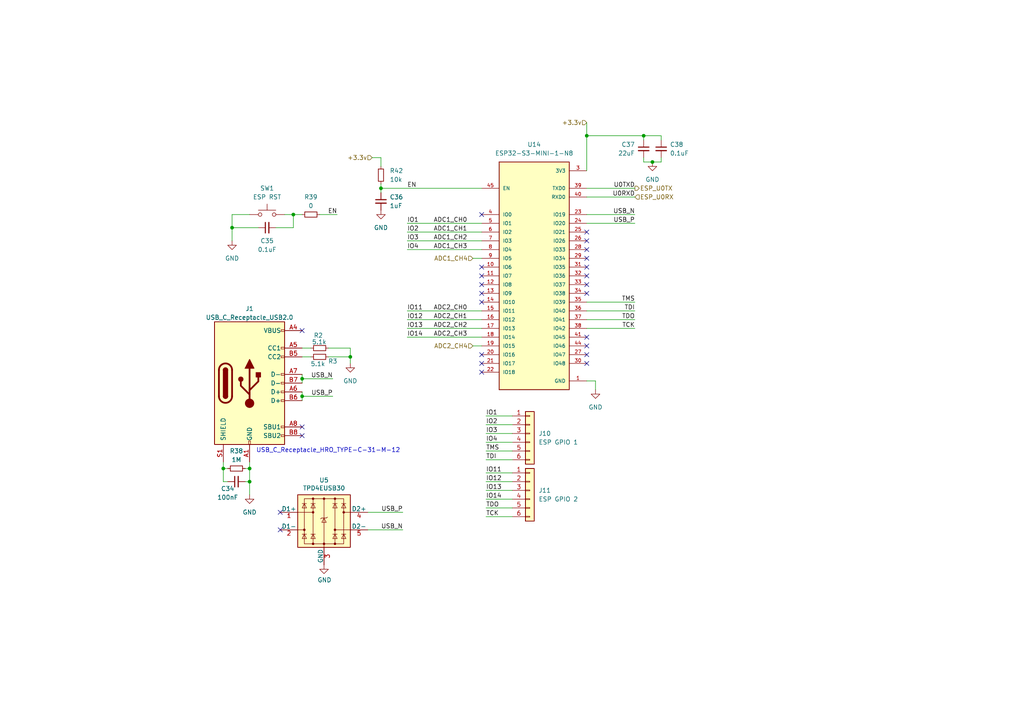
<source format=kicad_sch>
(kicad_sch (version 20230819) (generator eeschema)
  (paper "A4")
  (title_block (title "Carrier Board") (date "2023-11-21") (rev "V3") (company "MUREX Robotics [Byran Huang]") (comment 1 "//DO IT RIGHT,  DO IT MUREX") (comment 2 "// ATTEMPT THE IMPOSSIBLE") (comment 3 "CM4-based ROV (robotics) control board.") (comment 4 "The MUREX Carrier Board is the world's first open-source "))
  (lib_symbols
    (symbol "CM4IO:TPD4EUSB30" (pin_names (offset 0))
      (property "Reference" "U" (at -0.635 8.89 0))
      (property "Value" "TPD4EUSB30" (at 8.89 -10.16 0))
      (symbol "TPD4EUSB30_0_0"
        (rectangle (start -5.715 6.477) (end 5.715 -6.604))
        (polyline (pts (xy -3.175 -6.604) (xy -3.175 6.477)))
        (polyline (pts (xy 0 6.477) (xy 0 -6.604)))
        (polyline (pts (xy 3.175 6.477) (xy 3.175 -6.604)))
      )
      (symbol "TPD4EUSB30_0_1"
        (rectangle (start -7.62 7.62) (end 7.62 -7.62) (stroke (width 0.254)) (fill (type background)))
        (circle (center -5.715 -2.54) (radius 0.2794) (fill (type outline)))
        (circle (center -3.175 -6.604) (radius 0.2794) (fill (type outline)))
        (circle (center -3.175 2.54) (radius 0.2794) (fill (type outline)))
        (circle (center -3.175 6.477) (radius 0.2794) (fill (type outline)))
        (circle (center 0 -6.604) (radius 0.2794) (fill (type outline)))
        (polyline (pts (xy -7.747 2.54) (xy -3.175 2.54)))
        (polyline (pts (xy -7.62 -2.54) (xy -5.715 -2.54)))
        (polyline (pts (xy -5.08 -3.81) (xy -6.35 -3.81)))
        (polyline (pts (xy -5.08 5.08) (xy -6.35 5.08)))
        (polyline (pts (xy -2.54 -3.81) (xy -3.81 -3.81)))
        (polyline (pts (xy -2.54 5.08) (xy -3.81 5.08)))
        (polyline (pts (xy -0.635 0.889) (xy -1.016 0.635)))
        (polyline (pts (xy 0 -6.604) (xy 0 -7.62)))
        (polyline (pts (xy 0.635 0.889) (xy -0.635 0.889)))
        (polyline (pts (xy 0.635 0.889) (xy 1.016 1.143)))
        (polyline (pts (xy 3.81 -3.81) (xy 2.54 -3.81)))
        (polyline (pts (xy 3.81 5.08) (xy 2.54 5.08)))
        (polyline (pts (xy 6.35 -3.81) (xy 5.08 -3.81)))
        (polyline (pts (xy 6.35 5.08) (xy 5.08 5.08)))
        (polyline (pts (xy 7.62 -2.54) (xy 3.175 -2.54)))
        (polyline (pts (xy 7.62 2.54) (xy 5.715 2.54)))
        (polyline (pts (xy -5.08 -5.08) (xy -6.35 -5.08) (xy -5.715 -3.81) (xy -5.08 -5.08)))
        (polyline (pts (xy -5.08 3.81) (xy -6.35 3.81) (xy -5.715 5.08) (xy -5.08 3.81)))
        (polyline (pts (xy -2.54 -5.08) (xy -3.81 -5.08) (xy -3.175 -3.81) (xy -2.54 -5.08)))
        (polyline (pts (xy -2.54 3.81) (xy -3.81 3.81) (xy -3.175 5.08) (xy -2.54 3.81)))
        (polyline (pts (xy 0.635 -0.381) (xy -0.635 -0.381) (xy 0 0.889) (xy 0.635 -0.381)))
        (polyline (pts (xy 3.81 -5.08) (xy 2.54 -5.08) (xy 3.175 -3.81) (xy 3.81 -5.08)))
        (polyline (pts (xy 3.81 3.81) (xy 2.54 3.81) (xy 3.175 5.08) (xy 3.81 3.81)))
        (polyline (pts (xy 6.35 -5.08) (xy 5.08 -5.08) (xy 5.715 -3.81) (xy 6.35 -5.08)))
        (polyline (pts (xy 6.35 3.81) (xy 5.08 3.81) (xy 5.715 5.08) (xy 6.35 3.81)))
        (circle (center 0 6.477) (radius 0.2794) (fill (type outline)))
        (circle (center 3.175 -6.604) (radius 0.2794) (fill (type outline)))
        (circle (center 3.175 -2.54) (radius 0.2794) (fill (type outline)))
        (circle (center 3.175 6.477) (radius 0.2794) (fill (type outline)))
        (circle (center 5.715 2.54) (radius 0.2794) (fill (type outline)))
      )
      (symbol "TPD4EUSB30_1_1"
        (pin passive line (at -12.7 2.54 0) (length 5.08) (name "D1+") (number "1"))
        (pin passive line (at -12.7 2.54 0) (length 5.08) hide (name "~") (number "10"))
        (pin passive line (at -12.7 -2.54 0) (length 5.08) (name "D1-") (number "2"))
        (pin power_in line (at 0 -12.7 90) (length 5.08) (name "GND") (number "3"))
        (pin passive line (at 12.7 2.54 180) (length 5.08) (name "D2+") (number "4"))
        (pin passive line (at 12.7 -2.54 180) (length 5.08) (name "D2-") (number "5"))
        (pin passive line (at 12.7 -2.54 180) (length 5.08) hide (name "~") (number "6"))
        (pin passive line (at 12.7 2.54 180) (length 5.08) hide (name "~") (number "7"))
        (pin passive line (at 0 -12.7 90) (length 5.08) hide (name "GND") (number "8"))
        (pin passive line (at -12.7 -2.54 0) (length 5.08) hide (name "~") (number "9"))
      )
    )
    (symbol "Connector:USB_C_Receptacle_USB2.0" (pin_names (offset 1.016))
      (property "Reference" "J" (at -10.16 19.05 0))
      (property "Value" "USB_C_Receptacle_USB2.0" (at 19.05 19.05 0))
      (symbol "USB_C_Receptacle_USB2.0_0_0"
        (rectangle (start -0.254 -17.78) (end 0.254 -16.764))
        (rectangle (start 10.16 -14.986) (end 9.144 -15.494))
        (rectangle (start 10.16 -12.446) (end 9.144 -12.954))
        (rectangle (start 10.16 -4.826) (end 9.144 -5.334))
        (rectangle (start 10.16 -2.286) (end 9.144 -2.794))
        (rectangle (start 10.16 0.254) (end 9.144 -0.254))
        (rectangle (start 10.16 2.794) (end 9.144 2.286))
        (rectangle (start 10.16 7.874) (end 9.144 7.366))
        (rectangle (start 10.16 10.414) (end 9.144 9.906))
        (rectangle (start 10.16 15.494) (end 9.144 14.986))
      )
      (symbol "USB_C_Receptacle_USB2.0_0_1"
        (rectangle (start -10.16 17.78) (end 10.16 -17.78) (stroke (width 0.254)) (fill (type background)))
        (arc (start -8.89 -3.81) (mid -6.985 -5.7067) (end -5.08 -3.81) (stroke (width 0.508)))
        (arc (start -7.62 -3.81) (mid -6.985 -4.4423) (end -6.35 -3.81) (stroke (width 0.254)))
        (arc (start -7.62 -3.81) (mid -6.985 -4.4423) (end -6.35 -3.81) (stroke (width 0.254)) (fill (type outline)))
        (rectangle (start -7.62 -3.81) (end -6.35 3.81) (stroke (width 0.254)) (fill (type outline)))
        (arc (start -6.35 3.81) (mid -6.985 4.4423) (end -7.62 3.81) (stroke (width 0.254)))
        (arc (start -6.35 3.81) (mid -6.985 4.4423) (end -7.62 3.81) (stroke (width 0.254)) (fill (type outline)))
        (arc (start -5.08 3.81) (mid -6.985 5.7067) (end -8.89 3.81) (stroke (width 0.508)))
        (circle (center -2.54 1.143) (radius 0.635) (stroke (width 0.254)) (fill (type outline)))
        (circle (center 0 -5.842) (radius 1.27) (fill (type outline)))
        (polyline (pts (xy -8.89 -3.81) (xy -8.89 3.81)) (stroke (width 0.508)))
        (polyline (pts (xy -5.08 3.81) (xy -5.08 -3.81)) (stroke (width 0.508)))
        (polyline (pts (xy 0 -5.842) (xy 0 4.318)) (stroke (width 0.508)))
        (polyline (pts (xy 0 -3.302) (xy -2.54 -0.762) (xy -2.54 0.508)) (stroke (width 0.508)))
        (polyline (pts (xy 0 -2.032) (xy 2.54 0.508) (xy 2.54 1.778)) (stroke (width 0.508)))
        (polyline (pts (xy -1.27 4.318) (xy 0 6.858) (xy 1.27 4.318) (xy -1.27 4.318)) (stroke (width 0.254)) (fill (type outline)))
        (rectangle (start 1.905 1.778) (end 3.175 3.048) (stroke (width 0.254)) (fill (type outline)))
      )
      (symbol "USB_C_Receptacle_USB2.0_1_1"
        (pin passive line (at 0 -22.86 90) (length 5.08) (name "GND") (number "A1"))
        (pin passive line (at 0 -22.86 90) (length 5.08) hide (name "GND") (number "A12"))
        (pin passive line (at 15.24 15.24 180) (length 5.08) (name "VBUS") (number "A4"))
        (pin bidirectional line (at 15.24 10.16 180) (length 5.08) (name "CC1") (number "A5"))
        (pin bidirectional line (at 15.24 -2.54 180) (length 5.08) (name "D+") (number "A6"))
        (pin bidirectional line (at 15.24 2.54 180) (length 5.08) (name "D-") (number "A7"))
        (pin bidirectional line (at 15.24 -12.7 180) (length 5.08) (name "SBU1") (number "A8"))
        (pin passive line (at 15.24 15.24 180) (length 5.08) hide (name "VBUS") (number "A9"))
        (pin passive line (at 0 -22.86 90) (length 5.08) hide (name "GND") (number "B1"))
        (pin passive line (at 0 -22.86 90) (length 5.08) hide (name "GND") (number "B12"))
        (pin passive line (at 15.24 15.24 180) (length 5.08) hide (name "VBUS") (number "B4"))
        (pin bidirectional line (at 15.24 7.62 180) (length 5.08) (name "CC2") (number "B5"))
        (pin bidirectional line (at 15.24 -5.08 180) (length 5.08) (name "D+") (number "B6"))
        (pin bidirectional line (at 15.24 0 180) (length 5.08) (name "D-") (number "B7"))
        (pin bidirectional line (at 15.24 -15.24 180) (length 5.08) (name "SBU2") (number "B8"))
        (pin passive line (at 15.24 15.24 180) (length 5.08) hide (name "VBUS") (number "B9"))
        (pin passive line (at -7.62 -22.86 90) (length 5.08) (name "SHIELD") (number "S1"))
      )
    )
    (symbol "Connector_Generic:Conn_01x06" (pin_names (offset 1.016) hide)
      (property "Reference" "J" (at 0 7.62 0))
      (property "Value" "Conn_01x06" (at 0 -10.16 0))
      (symbol "Conn_01x06_1_1"
        (rectangle (start -1.27 -7.493) (end 0 -7.747) (stroke (width 0.1524)))
        (rectangle (start -1.27 -4.953) (end 0 -5.207) (stroke (width 0.1524)))
        (rectangle (start -1.27 -2.413) (end 0 -2.667) (stroke (width 0.1524)))
        (rectangle (start -1.27 0.127) (end 0 -0.127) (stroke (width 0.1524)))
        (rectangle (start -1.27 2.667) (end 0 2.413) (stroke (width 0.1524)))
        (rectangle (start -1.27 5.207) (end 0 4.953) (stroke (width 0.1524)))
        (rectangle (start -1.27 6.35) (end 1.27 -8.89) (stroke (width 0.254)) (fill (type background)))
        (pin passive line (at -5.08 5.08 0) (length 3.81) (name "Pin_1") (number "1"))
        (pin passive line (at -5.08 2.54 0) (length 3.81) (name "Pin_2") (number "2"))
        (pin passive line (at -5.08 0 0) (length 3.81) (name "Pin_3") (number "3"))
        (pin passive line (at -5.08 -2.54 0) (length 3.81) (name "Pin_4") (number "4"))
        (pin passive line (at -5.08 -5.08 0) (length 3.81) (name "Pin_5") (number "5"))
        (pin passive line (at -5.08 -7.62 0) (length 3.81) (name "Pin_6") (number "6"))
      )
    )
    (symbol "Device:C_Small" (pin_numbers hide) (pin_names (offset 0.254) hide)
      (property "Reference" "C" (at 0.254 1.778 0))
      (property "Value" "C_Small" (at 0.254 -2.032 0))
      (symbol "C_Small_0_1"
        (polyline (pts (xy -1.524 -0.508) (xy 1.524 -0.508)) (stroke (width 0.3302)))
        (polyline (pts (xy -1.524 0.508) (xy 1.524 0.508)) (stroke (width 0.3048)))
      )
      (symbol "C_Small_1_1"
        (pin passive line (at 0 2.54 270) (length 2.032) (name "~") (number "1"))
        (pin passive line (at 0 -2.54 90) (length 2.032) (name "~") (number "2"))
      )
    )
    (symbol "Device:R_Small" (pin_numbers hide) (pin_names (offset 0.254) hide)
      (property "Reference" "R" (at 0.762 0.508 0))
      (property "Value" "R_Small" (at 0.762 -1.016 0))
      (symbol "R_Small_0_1"
        (rectangle (start -0.762 1.778) (end 0.762 -1.778) (stroke (width 0.2032)))
      )
      (symbol "R_Small_1_1"
        (pin passive line (at 0 2.54 270) (length 0.762) (name "~") (number "1"))
        (pin passive line (at 0 -2.54 90) (length 0.762) (name "~") (number "2"))
      )
    )
    (symbol "ESP32-S3-MINI-1-N8:ESP32-S3-MINI-1-N8" (pin_names (offset 1.016))
      (property "Reference" "U" (at -10.16 34.29 0))
      (property "Value" "ESP32-S3-MINI-1-N8" (at -10.16 -35.56 0))
      (symbol "ESP32-S3-MINI-1-N8_0_0"
        (rectangle (start -10.16 -33.02) (end 10.16 33.02) (stroke (width 0.254)) (fill (type background)))
        (pin power_in line (at 15.24 -30.48 180) (length 5.08) (name "GND") (number "1"))
        (pin bidirectional line (at -15.24 2.54 0) (length 5.08) (name "IO6") (number "10"))
        (pin bidirectional line (at -15.24 0 0) (length 5.08) (name "IO7") (number "11"))
        (pin bidirectional line (at -15.24 -2.54 0) (length 5.08) (name "IO8") (number "12"))
        (pin bidirectional line (at -15.24 -5.08 0) (length 5.08) (name "IO9") (number "13"))
        (pin bidirectional line (at -15.24 -7.62 0) (length 5.08) (name "IO10") (number "14"))
        (pin bidirectional line (at -15.24 -10.16 0) (length 5.08) (name "IO11") (number "15"))
        (pin bidirectional line (at -15.24 -12.7 0) (length 5.08) (name "IO12") (number "16"))
        (pin bidirectional line (at -15.24 -15.24 0) (length 5.08) (name "IO13") (number "17"))
        (pin bidirectional line (at -15.24 -17.78 0) (length 5.08) (name "IO14") (number "18"))
        (pin bidirectional line (at -15.24 -20.32 0) (length 5.08) (name "IO15") (number "19"))
        (pin bidirectional line (at -15.24 -22.86 0) (length 5.08) (name "IO16") (number "20"))
        (pin bidirectional line (at -15.24 -25.4 0) (length 5.08) (name "IO17") (number "21"))
        (pin bidirectional line (at -15.24 -27.94 0) (length 5.08) (name "IO18") (number "22"))
        (pin bidirectional line (at 15.24 17.78 180) (length 5.08) (name "IO19") (number "23"))
        (pin bidirectional line (at 15.24 15.24 180) (length 5.08) (name "IO20") (number "24"))
        (pin bidirectional line (at 15.24 12.7 180) (length 5.08) (name "IO21") (number "25"))
        (pin bidirectional line (at 15.24 10.16 180) (length 5.08) (name "IO26") (number "26"))
        (pin bidirectional line (at 15.24 -22.86 180) (length 5.08) (name "IO47") (number "27"))
        (pin bidirectional line (at 15.24 7.62 180) (length 5.08) (name "IO33") (number "28"))
        (pin bidirectional line (at 15.24 5.08 180) (length 5.08) (name "IO34") (number "29"))
        (pin power_in line (at 15.24 30.48 180) (length 5.08) (name "3V3") (number "3"))
        (pin bidirectional line (at 15.24 -25.4 180) (length 5.08) (name "IO48") (number "30"))
        (pin bidirectional line (at 15.24 2.54 180) (length 5.08) (name "IO35") (number "31"))
        (pin bidirectional line (at 15.24 0 180) (length 5.08) (name "IO36") (number "32"))
        (pin bidirectional line (at 15.24 -2.54 180) (length 5.08) (name "IO37") (number "33"))
        (pin bidirectional line (at 15.24 -5.08 180) (length 5.08) (name "IO38") (number "34"))
        (pin bidirectional line (at 15.24 -7.62 180) (length 5.08) (name "IO39") (number "35"))
        (pin bidirectional line (at 15.24 -10.16 180) (length 5.08) (name "IO40") (number "36"))
        (pin bidirectional line (at 15.24 -12.7 180) (length 5.08) (name "IO41") (number "37"))
        (pin bidirectional line (at 15.24 -15.24 180) (length 5.08) (name "IO42") (number "38"))
        (pin bidirectional line (at 15.24 25.4 180) (length 5.08) (name "TXD0") (number "39"))
        (pin bidirectional line (at -15.24 17.78 0) (length 5.08) (name "IO0") (number "4"))
        (pin bidirectional line (at 15.24 22.86 180) (length 5.08) (name "RXD0") (number "40"))
        (pin bidirectional line (at 15.24 -17.78 180) (length 5.08) (name "IO45") (number "41"))
        (pin passive line (at 15.24 -30.48 180) (length 5.08) hide (name "GND") (number "43"))
        (pin bidirectional line (at 15.24 -20.32 180) (length 5.08) (name "IO46") (number "44"))
        (pin input line (at -15.24 25.4 0) (length 5.08) (name "EN") (number "45"))
        (pin passive line (at 15.24 -30.48 180) (length 5.08) hide (name "GND") (number "46"))
        (pin passive line (at 15.24 -30.48 180) (length 5.08) hide (name "GND") (number "47"))
        (pin passive line (at 15.24 -30.48 180) (length 5.08) hide (name "GND") (number "48"))
        (pin passive line (at 15.24 -30.48 180) (length 5.08) hide (name "GND") (number "49"))
        (pin bidirectional line (at -15.24 15.24 0) (length 5.08) (name "IO1") (number "5"))
        (pin passive line (at 15.24 -30.48 180) (length 5.08) hide (name "GND") (number "50"))
        (pin passive line (at 15.24 -30.48 180) (length 5.08) hide (name "GND") (number "51"))
        (pin passive line (at 15.24 -30.48 180) (length 5.08) hide (name "GND") (number "52"))
        (pin passive line (at 15.24 -30.48 180) (length 5.08) hide (name "GND") (number "53"))
        (pin passive line (at 15.24 -30.48 180) (length 5.08) hide (name "GND") (number "54"))
        (pin passive line (at 15.24 -30.48 180) (length 5.08) hide (name "GND") (number "55"))
        (pin passive line (at 15.24 -30.48 180) (length 5.08) hide (name "GND") (number "56"))
        (pin passive line (at 15.24 -30.48 180) (length 5.08) hide (name "GND") (number "57"))
        (pin passive line (at 15.24 -30.48 180) (length 5.08) hide (name "GND") (number "58"))
        (pin passive line (at 15.24 -30.48 180) (length 5.08) hide (name "GND") (number "59"))
        (pin bidirectional line (at -15.24 12.7 0) (length 5.08) (name "IO2") (number "6"))
        (pin passive line (at 15.24 -30.48 180) (length 5.08) hide (name "GND") (number "60"))
        (pin passive line (at 15.24 -30.48 180) (length 5.08) hide (name "GND") (number "61"))
        (pin passive line (at 15.24 -30.48 180) (length 5.08) hide (name "GND") (number "61_1"))
        (pin passive line (at 15.24 -30.48 180) (length 5.08) hide (name "GND") (number "61_2"))
        (pin passive line (at 15.24 -30.48 180) (length 5.08) hide (name "GND") (number "61_3"))
        (pin passive line (at 15.24 -30.48 180) (length 5.08) hide (name "GND") (number "61_4"))
        (pin passive line (at 15.24 -30.48 180) (length 5.08) hide (name "GND") (number "61_5"))
        (pin passive line (at 15.24 -30.48 180) (length 5.08) hide (name "GND") (number "61_6"))
        (pin passive line (at 15.24 -30.48 180) (length 5.08) hide (name "GND") (number "61_7"))
        (pin passive line (at 15.24 -30.48 180) (length 5.08) hide (name "GND") (number "61_8"))
        (pin passive line (at 15.24 -30.48 180) (length 5.08) hide (name "GND") (number "62"))
        (pin passive line (at 15.24 -30.48 180) (length 5.08) hide (name "GND") (number "63"))
        (pin passive line (at 15.24 -30.48 180) (length 5.08) hide (name "GND") (number "64"))
        (pin passive line (at 15.24 -30.48 180) (length 5.08) hide (name "GND") (number "65"))
        (pin bidirectional line (at -15.24 10.16 0) (length 5.08) (name "IO3") (number "7"))
        (pin bidirectional line (at -15.24 7.62 0) (length 5.08) (name "IO4") (number "8"))
        (pin bidirectional line (at -15.24 5.08 0) (length 5.08) (name "IO5") (number "9"))
      )
      (symbol "ESP32-S3-MINI-1-N8_1_0"
        (pin passive line (at 15.24 -30.48 180) (length 5.08) hide (name "GND") (number "2"))
        (pin passive line (at 15.24 -30.48 180) (length 5.08) hide (name "GND") (number "42"))
      )
    )
    (symbol "Switch:SW_Push" (pin_numbers hide) (pin_names (offset 1.016) hide)
      (property "Reference" "SW" (at 1.27 2.54 0))
      (property "Value" "SW_Push" (at 0 -1.524 0))
      (symbol "SW_Push_0_1"
        (circle (center -2.032 0) (radius 0.508))
        (polyline (pts (xy 0 1.27) (xy 0 3.048)))
        (polyline (pts (xy 2.54 1.27) (xy -2.54 1.27)))
        (circle (center 2.032 0) (radius 0.508))
        (pin passive line (at -5.08 0 0) (length 2.54) (name "1") (number "1"))
        (pin passive line (at 5.08 0 180) (length 2.54) (name "2") (number "2"))
      )
    )
    (symbol "power:GND" (power) (pin_names (offset 0))
      (property "Value" "GND" (at 0 -3.81 0))
      (symbol "GND_0_1"
        (polyline (pts (xy 0 0) (xy 0 -1.27) (xy 1.27 -1.27) (xy 0 -2.54) (xy -1.27 -1.27) (xy 0 -1.27)))
      )
      (symbol "GND_1_1"
        (pin power_in line (at 0 0 270) (length 0) hide (name "GND") (number "1"))
      )
    )
  )
  (junction (at 189.23 46.99))
  (junction (at 110.49 54.61))
  (junction (at 67.31 66.04))
  (junction (at 87.63 109.855))
  (junction (at 87.63 114.935))
  (junction (at 72.39 135.89))
  (junction (at 85.09 62.23))
  (junction (at 186.69 39.37))
  (junction (at 101.6 103.505))
  (junction (at 72.39 139.7))
  (junction (at 170.18 39.37))
  (junction (at 64.77 135.89))
  (no_connect (at 170.18 72.39))
  (no_connect (at 87.63 123.825))
  (no_connect (at 81.28 153.67))
  (no_connect (at 81.28 148.59))
  (no_connect (at 170.18 97.79))
  (no_connect (at 139.7 82.55))
  (no_connect (at 139.7 77.47))
  (no_connect (at 170.18 74.93))
  (no_connect (at 170.18 82.55))
  (no_connect (at 139.7 85.09))
  (no_connect (at 139.7 105.41))
  (no_connect (at 87.63 95.885))
  (no_connect (at 170.18 100.33))
  (no_connect (at 170.18 67.31))
  (no_connect (at 170.18 69.85))
  (no_connect (at 170.18 102.87))
  (no_connect (at 170.18 77.47))
  (no_connect (at 170.18 85.09))
  (no_connect (at 139.7 107.95))
  (no_connect (at 139.7 80.01))
  (no_connect (at 170.18 80.01))
  (no_connect (at 139.7 87.63))
  (no_connect (at 170.18 105.41))
  (no_connect (at 87.63 126.365))
  (no_connect (at 139.7 62.23))
  (no_connect (at 139.7 102.87))
  (wire (pts (xy 118.11 92.71) (xy 139.7 92.71)))
  (wire (pts (xy 172.72 110.49) (xy 170.18 110.49)))
  (wire (pts (xy 72.39 62.23) (xy 67.31 62.23)))
  (wire (pts (xy 71.12 135.89) (xy 72.39 135.89)))
  (wire (pts (xy 137.16 74.93) (xy 139.7 74.93)))
  (wire (pts (xy 72.39 143.51) (xy 72.39 139.7)))
  (wire (pts (xy 67.31 62.23) (xy 67.31 66.04)))
  (wire (pts (xy 85.09 62.23) (xy 87.63 62.23)))
  (wire (pts (xy 82.55 62.23) (xy 85.09 62.23)))
  (wire (pts (xy 189.23 46.99) (xy 191.77 46.99)))
  (wire (pts (xy 140.97 133.35) (xy 148.59 133.35)))
  (wire (pts (xy 87.63 100.965) (xy 90.17 100.965)))
  (wire (pts (xy 87.63 109.855) (xy 96.52 109.855)))
  (wire (pts (xy 87.63 114.935) (xy 87.63 116.205)))
  (wire (pts (xy 64.77 139.7) (xy 66.04 139.7)))
  (wire (pts (xy 170.18 57.15) (xy 184.15 57.15)))
  (wire (pts (xy 118.11 64.77) (xy 139.7 64.77)))
  (wire (pts (xy 140.97 120.65) (xy 148.59 120.65)))
  (wire (pts (xy 110.49 45.72) (xy 110.49 48.26)))
  (wire (pts (xy 118.11 69.85) (xy 139.7 69.85)))
  (wire (pts (xy 191.77 39.37) (xy 191.77 40.64)))
  (wire (pts (xy 87.63 108.585) (xy 87.63 109.855)))
  (wire (pts (xy 64.77 135.89) (xy 64.77 139.7)))
  (wire (pts (xy 140.97 123.19) (xy 148.59 123.19)))
  (wire (pts (xy 87.63 103.505) (xy 90.17 103.505)))
  (wire (pts (xy 118.11 72.39) (xy 139.7 72.39)))
  (wire (pts (xy 87.63 114.935) (xy 96.52 114.935)))
  (wire (pts (xy 118.11 97.79) (xy 139.7 97.79)))
  (wire (pts (xy 85.09 66.04) (xy 85.09 62.23)))
  (wire (pts (xy 170.18 49.53) (xy 170.18 39.37)))
  (wire (pts (xy 170.18 54.61) (xy 184.15 54.61)))
  (wire (pts (xy 140.97 130.81) (xy 148.59 130.81)))
  (wire (pts (xy 107.95 45.72) (xy 110.49 45.72)))
  (wire (pts (xy 170.18 87.63) (xy 184.15 87.63)))
  (wire (pts (xy 140.97 142.24) (xy 148.59 142.24)))
  (wire (pts (xy 140.97 128.27) (xy 148.59 128.27)))
  (wire (pts (xy 72.39 135.89) (xy 72.39 133.985)))
  (wire (pts (xy 95.25 100.965) (xy 101.6 100.965)))
  (wire (pts (xy 110.49 53.34) (xy 110.49 54.61)))
  (wire (pts (xy 140.97 149.86) (xy 148.59 149.86)))
  (wire (pts (xy 170.18 62.23) (xy 184.15 62.23)))
  (wire (pts (xy 186.69 46.99) (xy 189.23 46.99)))
  (wire (pts (xy 110.49 55.88) (xy 110.49 54.61)))
  (wire (pts (xy 64.77 135.89) (xy 66.04 135.89)))
  (wire (pts (xy 186.69 46.99) (xy 186.69 45.72)))
  (wire (pts (xy 170.18 90.17) (xy 184.15 90.17)))
  (wire (pts (xy 170.18 64.77) (xy 184.15 64.77)))
  (wire (pts (xy 72.39 139.7) (xy 72.39 135.89)))
  (wire (pts (xy 118.11 67.31) (xy 139.7 67.31)))
  (wire (pts (xy 191.77 46.99) (xy 191.77 45.72)))
  (wire (pts (xy 118.11 90.17) (xy 139.7 90.17)))
  (wire (pts (xy 172.72 113.03) (xy 172.72 110.49)))
  (wire (pts (xy 106.68 153.67) (xy 116.84 153.67)))
  (wire (pts (xy 87.63 113.665) (xy 87.63 114.935)))
  (wire (pts (xy 170.18 39.37) (xy 186.69 39.37)))
  (wire (pts (xy 140.97 139.7) (xy 148.59 139.7)))
  (wire (pts (xy 71.12 139.7) (xy 72.39 139.7)))
  (wire (pts (xy 92.71 62.23) (xy 97.79 62.23)))
  (wire (pts (xy 186.69 39.37) (xy 186.69 40.64)))
  (wire (pts (xy 87.63 109.855) (xy 87.63 111.125)))
  (wire (pts (xy 137.16 100.33) (xy 139.7 100.33)))
  (wire (pts (xy 170.18 35.56) (xy 170.18 39.37)))
  (wire (pts (xy 106.68 148.59) (xy 116.84 148.59)))
  (wire (pts (xy 67.31 66.04) (xy 74.93 66.04)))
  (wire (pts (xy 140.97 125.73) (xy 148.59 125.73)))
  (wire (pts (xy 101.6 100.965) (xy 101.6 103.505)))
  (wire (pts (xy 110.49 54.61) (xy 139.7 54.61)))
  (wire (pts (xy 118.11 95.25) (xy 139.7 95.25)))
  (wire (pts (xy 140.97 147.32) (xy 148.59 147.32)))
  (wire (pts (xy 170.18 92.71) (xy 184.15 92.71)))
  (wire (pts (xy 170.18 95.25) (xy 184.15 95.25)))
  (wire (pts (xy 64.77 135.89) (xy 64.77 133.985)))
  (wire (pts (xy 140.97 137.16) (xy 148.59 137.16)))
  (wire (pts (xy 140.97 144.78) (xy 148.59 144.78)))
  (wire (pts (xy 101.6 103.505) (xy 101.6 105.41)))
  (wire (pts (xy 67.31 66.04) (xy 67.31 69.85)))
  (wire (pts (xy 95.25 103.505) (xy 101.6 103.505)))
  (wire (pts (xy 186.69 39.37) (xy 191.77 39.37)))
  (wire (pts (xy 80.01 66.04) (xy 85.09 66.04)))
  (text "USB_C_Receptacle_HRO_TYPE-C-31-M-12" (at 74.295 131.445 0) (effects (font (size 1.27 1.27)) (justify left bottom)))
  (label "EN" (at 118.11 54.61 0))
  (label "IO11" (at 118.11 90.17 0))
  (label "U0RXD" (at 184.15 57.15 180))
  (label "ADC1_CH0" (at 125.73 64.77 0))
  (label "IO4" (at 118.11 72.39 0))
  (label "ADC2_CH2" (at 125.73 95.25 0))
  (label "U0TXD" (at 184.15 54.61 180))
  (label "ADC2_CH1" (at 125.73 92.71 0))
  (label "USB_P" (at 184.15 64.77 180))
  (label "ADC1_CH2" (at 125.73 69.85 0))
  (label "TDO" (at 140.97 147.32 0))
  (label "TCK" (at 184.15 95.25 180))
  (label "IO12" (at 140.97 139.7 0))
  (label "IO1" (at 140.97 120.65 0))
  (label "IO1" (at 118.11 64.77 0))
  (label "USB_P" (at 116.84 148.59 180))
  (label "IO11" (at 140.97 137.16 0))
  (label "ADC2_CH0" (at 125.73 90.17 0))
  (label "IO12" (at 118.11 92.71 0))
  (label "IO2" (at 118.11 67.31 0))
  (label "IO3" (at 140.97 125.73 0))
  (label "IO2" (at 140.97 123.19 0))
  (label "TCK" (at 140.97 149.86 0))
  (label "TDI" (at 184.15 90.17 180))
  (label "USB_N" (at 184.15 62.23 180))
  (label "IO14" (at 140.97 144.78 0))
  (label "USB_N" (at 116.84 153.67 180))
  (label "USB_N" (at 96.52 109.855 180))
  (label "ADC1_CH3" (at 125.73 72.39 0))
  (label "IO13" (at 118.11 95.25 0))
  (label "TMS" (at 184.15 87.63 180))
  (label "IO14" (at 118.11 97.79 0))
  (label "EN" (at 97.79 62.23 180))
  (label "ADC1_CH1" (at 125.73 67.31 0))
  (label "IO4" (at 140.97 128.27 0))
  (label "TDO" (at 184.15 92.71 180))
  (label "USB_P" (at 96.52 114.935 180))
  (label "TMS" (at 140.97 130.81 0))
  (label "IO13" (at 140.97 142.24 0))
  (label "TDI" (at 140.97 133.35 0))
  (label "IO3" (at 118.11 69.85 0))
  (label "ADC2_CH3" (at 125.73 97.79 0))
  (hierarchical_label "ESP_U0RX" (shape input) (at 184.15 57.15 0))
  (hierarchical_label "+3.3v" (shape input) (at 107.95 45.72 180))
  (hierarchical_label "ADC2_CH4" (shape input) (at 137.16 100.33 180))
  (hierarchical_label "ESP_U0TX" (shape output) (at 184.15 54.61 0))
  (hierarchical_label "+3.3v" (shape input) (at 170.18 35.56 180))
  (hierarchical_label "ADC1_CH4" (shape input) (at 137.16 74.93 180))
  (symbol (lib_id "Connector_Generic:Conn_01x06") (at 153.67 125.73 0) (unit 1)
    (property "Reference" "J10" (at 156.21 125.7299 0) (effects (justify left)))
    (property "Value" "ESP GPIO 1" (at 156.21 128.2699 0) (effects (justify left)))
    (property "Footprint" "Connector_PinHeader_2.54mm:PinHeader_1x06_P2.54mm_Vertical" (effects hide))
    (property "Description" "Generic connector, single row, 01x06, script generated (kicad-library-utils/schlib/autogen/connector/)" (effects hide))
  )
  (symbol (lib_id "CM4IO:TPD4EUSB30") (at 93.98 151.13 0) (unit 1)
    (property "Reference" "U5" (at 93.98 139.2682 0))
    (property "Value" "TPD4EUSB30" (at 93.98 141.5796 0))
    (property "Footprint" "Package_SON:USON-10_2.5x1.0mm_P0.5mm" (effects hide))
    (property "Datasheet" "http://www.ti.com/lit/ds/symlink/tpd2eusb30a.pdf" (effects hide))
    (property "Field4" "Farnell" (effects hide))
    (property "Field5" "2335455" (effects hide))
    (property "Field6" "CDDFN10-3324P-13" (effects hide))
    (property "Field7" "Bourns" (effects hide))
    (property "Field8" "UDIO00346" (effects hide))
    (property "Part Description" "Quad TVS diode for high speed signals (USB3, GigE etc.)" (effects hide))
    (instances (project "carrier" (path "" (reference "U5") (unit 1)) (path "" (reference "U13") (unit 1))) (project "CM4IOv5" (path "" (reference "U4") (unit 1))))
  )
  (symbol (lib_id "Device:R_Small") (at 92.71 103.505 90) (unit 1)
    (property "Reference" "R3" (at 96.52 104.775 90))
    (property "Value" "5.1k" (at 92.202 105.537 90))
    (property "Footprint" "Resistor_SMD:R_0402_1005Metric" (effects hide))
    (instances (project "rp2040_keyboard" (path "" (reference "R3") (unit 1))) (project "carrier" (path "" (reference "R41") (unit 1))) (project "rp2040_base" (path "" (reference "R3") (unit 1))))
  )
  (symbol (lib_id "ESP32-S3-MINI-1-N8:ESP32-S3-MINI-1-N8") (at 154.94 80.01 0) (unit 1)
    (property "Reference" "U14" (at 154.94 41.91 0))
    (property "Value" "ESP32-S3-MINI-1-N8" (at 154.94 44.45 0))
    (property "Footprint" "ESP32-S3-MINI-1:ESP32-S3-MINI-1" (effects hide))
    (property "MF" "Espressif Systems" (effects hide))
    (property "MAXIMUM_PACKAGE_HEIGHT" "2.55mm" (effects hide))
    (property "Package" "None" (effects hide))
    (property "Price" "None" (effects hide))
    (property "Check_prices" "https://www.snapeda.com/parts/ESP32-S3-MINI-1-N8/Espressif+Systems/view-part/?ref=eda" (effects hide))
    (property "STANDARD" "Manufacturer Recommendations" (effects hide))
    (property "PARTREV" "v0.6" (effects hide))
    (property "SnapEDA_Link" "https://www.snapeda.com/parts/ESP32-S3-MINI-1-N8/Espressif+Systems/view-part/?ref=snap" (effects hide))
    (property "MP" "ESP32-S3-MINI-1-N8" (effects hide))
    (property "Purchase-URL" "https://www.snapeda.com/api/url_track_click_mouser/?unipart_id=8941370&manufacturer=Espressif Systems&part_name=ESP32-S3-MINI-1-N8&search_term=None" (effects hide))
    (property "Description_1" "\nBluetooth, WiFi 802.11b/g/n, Bluetooth v5.0 Transceiver Module 2.4GHz PCB Trace Surface Mount\n" (effects hide))
    (property "Availability" "In Stock" (effects hide))
    (property "MANUFACTURER" "Espressif" (effects hide))
  )
  (symbol (lib_id "Connector:USB_C_Receptacle_USB2.0") (at 72.39 111.125 0) (unit 1)
    (property "Reference" "J1" (at 72.39 89.535 0))
    (property "Value" "USB_C_Receptacle_USB2.0" (at 72.39 92.075 0))
    (property "Footprint" "Connector_USB:USB_C_Receptacle_HRO_TYPE-C-31-M-12" (effects hide))
    (property "Datasheet" "https://www.usb.org/sites/default/files/documents/usb_type-c.zip" (effects hide))
    (instances (project "rp2040_keyboard" (path "" (reference "J1") (unit 1))) (project "carrier" (path "" (reference "J9") (unit 1))) (project "rp2040_base" (path "" (reference "J1") (unit 1))))
  )
  (symbol (lib_id "Device:R_Small") (at 90.17 62.23 90) (unit 1)
    (property "Reference" "R39" (at 90.17 57.15 90))
    (property "Value" "0" (at 90.17 59.69 90))
    (property "Footprint" "Resistor_SMD:R_0402_1005Metric" (effects hide))
    (property "Description" "Resistor, small symbol" (effects hide))
  )
  (symbol (lib_id "power:GND") (at 189.23 46.99 0) (unit 1)
    (property "Reference" "#PWR061" (effects hide))
    (property "Value" "GND" (at 189.23 52.07 0))
    (property "Description" "Power symbol creates a global label with name \"GND\" , ground" (effects hide))
  )
  (symbol (lib_id "power:GND") (at 110.49 60.96 0) (unit 1)
    (property "Reference" "#PWR059" (effects hide))
    (property "Value" "GND" (at 110.49 66.04 0))
    (property "Description" "Power symbol creates a global label with name \"GND\" , ground" (effects hide))
  )
  (symbol (lib_id "Device:C_Small") (at 110.49 58.42 0) (unit 1)
    (property "Reference" "C36" (at 113.03 57.1562 0) (effects (justify left)))
    (property "Value" "1uF" (at 113.03 59.6962 0) (effects (justify left)))
    (property "Footprint" "Capacitor_SMD:C_0402_1005Metric" (effects hide))
    (property "Description" "Unpolarized capacitor, small symbol" (effects hide))
  )
  (symbol (lib_id "Device:R_Small") (at 68.58 135.89 90) (unit 1)
    (property "Reference" "R38" (at 68.58 130.81 90))
    (property "Value" "1M" (at 68.58 133.35 90))
    (property "Footprint" "Resistor_SMD:R_0402_1005Metric" (effects hide))
    (property "Description" "Resistor, small symbol" (effects hide))
  )
  (symbol (lib_id "Device:C_Small") (at 68.58 139.7 90) (unit 1)
    (property "Reference" "C34" (at 66.04 141.732 90))
    (property "Value" "100nF" (at 66.04 144.272 90))
    (property "Footprint" "Capacitor_SMD:C_0402_1005Metric" (effects hide))
    (property "Description" "Unpolarized capacitor, small symbol" (effects hide))
  )
  (symbol (lib_id "power:GND") (at 172.72 113.03 0) (unit 1)
    (property "Reference" "#PWR060" (effects hide))
    (property "Value" "GND" (at 172.72 118.11 0))
    (property "Description" "Power symbol creates a global label with name \"GND\" , ground" (effects hide))
  )
  (symbol (lib_id "Connector_Generic:Conn_01x06") (at 153.67 142.24 0) (unit 1)
    (property "Reference" "J11" (at 156.21 142.2399 0) (effects (justify left)))
    (property "Value" "ESP GPIO 2" (at 156.21 144.7799 0) (effects (justify left)))
    (property "Footprint" "Connector_PinHeader_2.54mm:PinHeader_1x06_P2.54mm_Vertical" (effects hide))
    (property "Description" "Generic connector, single row, 01x06, script generated (kicad-library-utils/schlib/autogen/connector/)" (effects hide))
  )
  (symbol (lib_id "Device:C_Small") (at 191.77 43.18 0) (unit 1)
    (property "Reference" "C38" (at 194.31 41.9162 0) (effects (justify left)))
    (property "Value" "0.1uF" (at 194.31 44.4562 0) (effects (justify left)))
    (property "Footprint" "Capacitor_SMD:C_0402_1005Metric" (effects hide))
    (property "Description" "Unpolarized capacitor, small symbol" (effects hide))
  )
  (symbol (lib_id "power:GND") (at 101.6 105.41 0) (unit 1)
    (property "Reference" "#PWR08" (effects hide))
    (property "Value" "GND" (at 101.6 110.49 0))
    (instances (project "rp2040_keyboard" (path "" (reference "#PWR08") (unit 1))) (project "carrier" (path "" (reference "#PWR058") (unit 1))) (project "rp2040_base" (path "" (reference "#PWR09") (unit 1))))
  )
  (symbol (lib_id "power:GND") (at 93.98 163.83 0) (unit 1)
    (property "Reference" "#PWR029" (effects hide))
    (property "Value" "GND" (at 94.107 168.2242 0))
    (instances (project "carrier" (path "" (reference "#PWR029") (unit 1)) (path "" (reference "#PWR057") (unit 1))) (project "CM4IOv5" (path "" (reference "#PWR0123") (unit 1))))
  )
  (symbol (lib_id "Device:C_Small") (at 186.69 43.18 0) (unit 1)
    (property "Reference" "C37" (at 184.15 41.9162 0) (effects (justify right)))
    (property "Value" "22uF" (at 184.15 44.4562 0) (effects (justify right)))
    (property "Footprint" "Capacitor_SMD:C_0603_1608Metric" (effects hide))
    (property "Description" "Unpolarized capacitor, small symbol" (effects hide))
  )
  (symbol (lib_id "Device:R_Small") (at 92.71 100.965 90) (unit 1)
    (property "Reference" "R2" (at 92.329 97.282 90))
    (property "Value" "5.1k" (at 92.583 99.187 90))
    (property "Footprint" "Resistor_SMD:R_0402_1005Metric" (effects hide))
    (instances (project "rp2040_keyboard" (path "" (reference "R2") (unit 1))) (project "carrier" (path "" (reference "R40") (unit 1))) (project "rp2040_base" (path "" (reference "R2") (unit 1))))
  )
  (symbol (lib_id "Device:R_Small") (at 110.49 50.8 0) (unit 1)
    (property "Reference" "R42" (at 113.03 49.5299 0) (effects (justify left)))
    (property "Value" "10k" (at 113.03 52.0699 0) (effects (justify left)))
    (property "Footprint" "Resistor_SMD:R_0402_1005Metric" (effects hide))
    (property "Description" "Resistor, small symbol" (effects hide))
  )
  (symbol (lib_id "power:GND") (at 67.31 69.85 0) (unit 1)
    (property "Reference" "#PWR055" (effects hide))
    (property "Value" "GND" (at 67.31 74.93 0))
    (property "Description" "Power symbol creates a global label with name \"GND\" , ground" (effects hide))
  )
  (symbol (lib_id "Switch:SW_Push") (at 77.47 62.23 0) (unit 1)
    (property "Reference" "SW1" (at 77.47 54.61 0))
    (property "Value" "ESP RST" (at 77.47 57.15 0))
    (property "Footprint" "Button_Switch_SMD:SW_Push_1P1T_XKB_TS-1187A" (effects hide))
    (property "Description" "Push button switch, generic, two pins" (effects hide))
  )
  (symbol (lib_id "power:GND") (at 72.39 143.51 0) (unit 1)
    (property "Reference" "#PWR07" (effects hide))
    (property "Value" "GND" (at 72.39 148.59 0))
    (instances (project "rp2040_keyboard" (path "" (reference "#PWR07") (unit 1))) (project "carrier" (path "" (reference "#PWR056") (unit 1))) (project "rp2040_base" (path "" (reference "#PWR08") (unit 1))))
  )
  (symbol (lib_id "Device:C_Small") (at 77.47 66.04 90) (unit 1)
    (property "Reference" "C35" (at 77.4763 69.85 90))
    (property "Value" "0.1uF" (at 77.4763 72.39 90))
    (property "Footprint" "Capacitor_SMD:C_0402_1005Metric" (effects hide))
    (property "Description" "Unpolarized capacitor, small symbol" (effects hide))
  )
)
</source>
